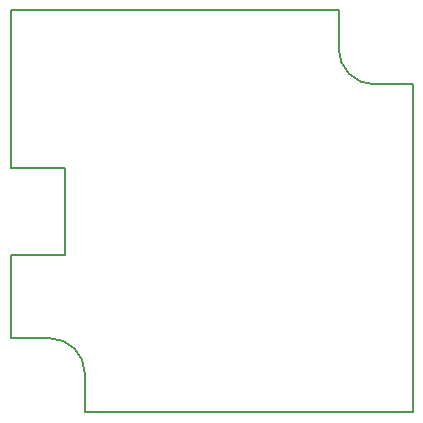
<source format=gm1>
G04 #@! TF.GenerationSoftware,KiCad,Pcbnew,5.0.1*
G04 #@! TF.CreationDate,2019-01-10T18:43:16+01:00*
G04 #@! TF.ProjectId,arachnorepel,61726163686E6F726570656C2E6B6963,rev?*
G04 #@! TF.SameCoordinates,Original*
G04 #@! TF.FileFunction,Profile,NP*
%FSLAX46Y46*%
G04 Gerber Fmt 4.6, Leading zero omitted, Abs format (unit mm)*
G04 Created by KiCad (PCBNEW 5.0.1) date Do 10 Jan 2019 18:43:16 CET*
%MOMM*%
%LPD*%
G01*
G04 APERTURE LIST*
%ADD10C,0.150000*%
G04 #@! TA.AperFunction,NonConductor*
%ADD11C,0.150000*%
G04 #@! TD*
G04 APERTURE END LIST*
D10*
X83000000Y-110750000D02*
X83000000Y-103700000D01*
X110750000Y-86250000D02*
G75*
G03X113750000Y-89250000I3000000J0D01*
G01*
X89250000Y-113750000D02*
G75*
G03X86250000Y-110750000I-3000000J0D01*
G01*
X89250000Y-113750000D02*
X89250000Y-117000000D01*
X83000000Y-110750000D02*
X86250000Y-110750000D01*
X110750000Y-86250000D02*
X110750000Y-83000000D01*
X117000000Y-89250000D02*
X113750000Y-89250000D01*
X83000000Y-96300000D02*
X83000000Y-83000000D01*
X117000000Y-117000000D02*
X89250000Y-117000000D01*
X117000000Y-89250000D02*
X117000000Y-117000000D01*
X83000000Y-83000000D02*
X110750000Y-83000000D01*
D11*
G04 #@! TO.C,K2*
X87600000Y-103700000D02*
X83000000Y-103700000D01*
X87600000Y-96300000D02*
X87600000Y-103700000D01*
X83000000Y-96300000D02*
X87600000Y-96300000D01*
G04 #@! TD*
M02*

</source>
